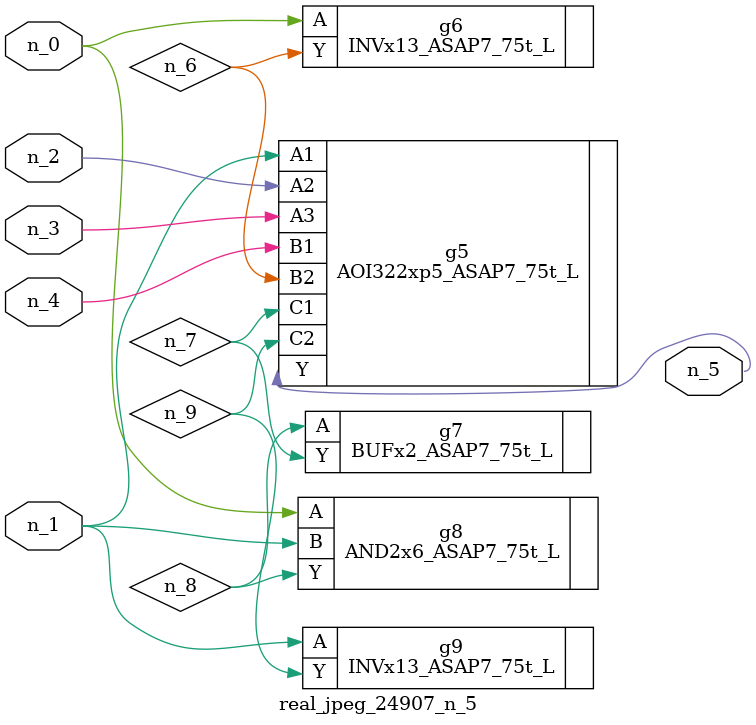
<source format=v>
module real_jpeg_24907_n_5 (n_4, n_0, n_1, n_2, n_3, n_5);

input n_4;
input n_0;
input n_1;
input n_2;
input n_3;

output n_5;

wire n_8;
wire n_6;
wire n_7;
wire n_9;

INVx13_ASAP7_75t_L g6 ( 
.A(n_0),
.Y(n_6)
);

AND2x6_ASAP7_75t_L g8 ( 
.A(n_0),
.B(n_1),
.Y(n_8)
);

AOI322xp5_ASAP7_75t_L g5 ( 
.A1(n_1),
.A2(n_2),
.A3(n_3),
.B1(n_4),
.B2(n_6),
.C1(n_7),
.C2(n_9),
.Y(n_5)
);

INVx13_ASAP7_75t_L g9 ( 
.A(n_1),
.Y(n_9)
);

BUFx2_ASAP7_75t_L g7 ( 
.A(n_8),
.Y(n_7)
);


endmodule
</source>
